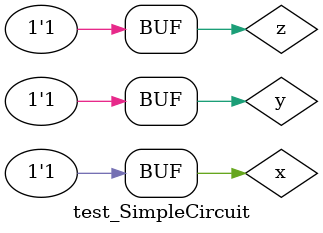
<source format=v>
module test_SimpleCircuit;
wire D,E;
reg x,y,z;

Simple_Circuit S1(x,y,z,D,E);
initial
begin
	x=0;y=0;z=0;
	#20
	x=0;y=0;z=1;
	#20
	x=0;y=1;z=0;
	#20
	x=0;y=1;z=1;
	#20
	x=1;y=0;z=0;
	#20
	x=1;y=0;z=1;
	#20
	x=1;y=1;z=0;
	#20
	x=1;y=1;z=1;
end
endmodule
</source>
